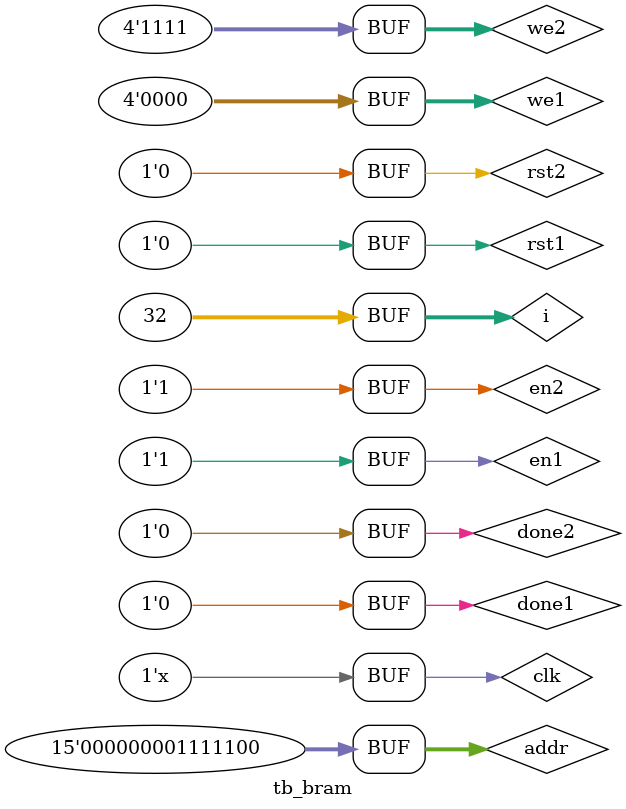
<source format=v>
`timescale 1ns / 1ps

module tb_bram();

reg clk, en1, rst1, done1;
reg en2, rst2, done2;
reg [14:0] addr;
wire [31:0] rddata1, rddata2;
reg [31:0] wrdata;
reg [3:0] we1, we2;
integer i;

my_bram b1(
    .BRAM_ADDR(addr), .BRAM_CLK(clk), .BRAM_WRDATA(wrdata),
    .BRAM_RDDATA(rddata1), .BRAM_EN(en1), .BRAM_RST(rst1), .BRAM_WE(we1),
    .done(done1)
);

my_bram #(15, "", "output.txt") b2(
    .BRAM_ADDR(addr), .BRAM_CLK(clk), .BRAM_WRDATA(rddata1),
    .BRAM_RDDATA(rddata2), .BRAM_EN(en2), .BRAM_RST(rst2), .BRAM_WE(we2),
    .done(done2)
);

initial begin
    en1 = 1;
    we1 = 0;
    rst1 = 0;
    done1 = 0;
    en2 = 0;
    we2 = 0;
    rst2 = 0;
    done2 = 0;
    clk = 0;
    
    for(i=0; i<32; i=i+1) begin
        addr = 4*i;
        #20;
    end
    
    en2 = 1;
    we2 = 4'b1111;
    #20;
    
    for(i=0; i<32; i=i+1) begin
        addr = 4*i;
        #20;
    end
    
end

always #5 clk = ~clk;

endmodule

</source>
